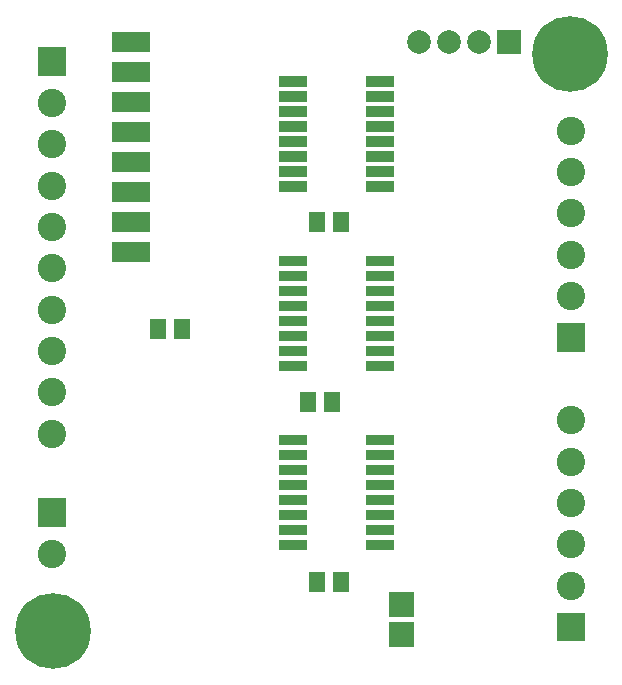
<source format=gbs>
G04 Layer: BottomSolderMaskLayer*
G04 EasyEDA v6.2.43, 2019-09-06T10:08:58+02:00*
G04 e2e4465fc3ca44109e84c49d15151505,91cc4837159741479c5be70faa949f3f,10*
G04 Gerber Generator version 0.2*
G04 Scale: 100 percent, Rotated: No, Reflected: No *
G04 Dimensions in millimeters *
G04 leading zeros omitted , absolute positions ,3 integer and 3 decimal *
%FSLAX33Y33*%
%MOMM*%
G90*
G71D02*

%ADD41R,2.402840X0.904240*%
%ADD46C,2.403196*%
%ADD52C,2.003196*%
%ADD57C,6.403188*%

%LPD*%
G36*
G01X27259Y6784D02*
G01X27259Y8455D01*
G01X28620Y8455D01*
G01X28620Y6784D01*
G01X27259Y6784D01*
G37*
G36*
G01X25227Y6784D02*
G01X25227Y8455D01*
G01X26588Y8455D01*
G01X26588Y6784D01*
G01X25227Y6784D01*
G37*
G54D41*
G01X31242Y19685D03*
G01X31242Y18415D03*
G01X31242Y17145D03*
G01X31242Y15875D03*
G01X31242Y14605D03*
G01X31242Y13335D03*
G01X31242Y12065D03*
G01X31242Y10795D03*
G01X23842Y10795D03*
G01X23842Y12065D03*
G01X23842Y13335D03*
G01X23842Y14605D03*
G01X23842Y15875D03*
G01X23842Y17145D03*
G01X23842Y18415D03*
G01X23842Y19685D03*
G36*
G01X26497Y22024D02*
G01X26497Y23695D01*
G01X27858Y23695D01*
G01X27858Y22024D01*
G01X26497Y22024D01*
G37*
G36*
G01X24465Y22024D02*
G01X24465Y23695D01*
G01X25826Y23695D01*
G01X25826Y22024D01*
G01X24465Y22024D01*
G37*
G01X31242Y34798D03*
G01X31242Y33528D03*
G01X31242Y32258D03*
G01X31242Y30988D03*
G01X31242Y29718D03*
G01X31242Y28448D03*
G01X31242Y27178D03*
G01X31242Y25908D03*
G01X23842Y25908D03*
G01X23842Y27178D03*
G01X23842Y28448D03*
G01X23842Y29718D03*
G01X23842Y30988D03*
G01X23842Y32258D03*
G01X23842Y33528D03*
G01X23842Y34798D03*
G36*
G01X27259Y37264D02*
G01X27259Y38935D01*
G01X28620Y38935D01*
G01X28620Y37264D01*
G01X27259Y37264D01*
G37*
G36*
G01X25227Y37264D02*
G01X25227Y38935D01*
G01X26588Y38935D01*
G01X26588Y37264D01*
G01X25227Y37264D01*
G37*
G36*
G01X30040Y49585D02*
G01X30040Y50490D01*
G01X32443Y50490D01*
G01X32443Y49585D01*
G01X30040Y49585D01*
G37*
G36*
G01X30040Y48315D02*
G01X30040Y49220D01*
G01X32443Y49220D01*
G01X32443Y48315D01*
G01X30040Y48315D01*
G37*
G36*
G01X30040Y47045D02*
G01X30040Y47950D01*
G01X32443Y47950D01*
G01X32443Y47045D01*
G01X30040Y47045D01*
G37*
G36*
G01X30040Y45775D02*
G01X30040Y46680D01*
G01X32443Y46680D01*
G01X32443Y45775D01*
G01X30040Y45775D01*
G37*
G36*
G01X30040Y44505D02*
G01X30040Y45410D01*
G01X32443Y45410D01*
G01X32443Y44505D01*
G01X30040Y44505D01*
G37*
G36*
G01X30040Y43235D02*
G01X30040Y44140D01*
G01X32443Y44140D01*
G01X32443Y43235D01*
G01X30040Y43235D01*
G37*
G36*
G01X30040Y41965D02*
G01X30040Y42870D01*
G01X32443Y42870D01*
G01X32443Y41965D01*
G01X30040Y41965D01*
G37*
G36*
G01X30040Y40695D02*
G01X30040Y41600D01*
G01X32443Y41600D01*
G01X32443Y40695D01*
G01X30040Y40695D01*
G37*
G36*
G01X22641Y40695D02*
G01X22641Y41600D01*
G01X25044Y41600D01*
G01X25044Y40695D01*
G01X22641Y40695D01*
G37*
G36*
G01X22641Y41965D02*
G01X22641Y42870D01*
G01X25044Y42870D01*
G01X25044Y41965D01*
G01X22641Y41965D01*
G37*
G36*
G01X22641Y43235D02*
G01X22641Y44140D01*
G01X25044Y44140D01*
G01X25044Y43235D01*
G01X22641Y43235D01*
G37*
G36*
G01X22641Y44505D02*
G01X22641Y45410D01*
G01X25044Y45410D01*
G01X25044Y44505D01*
G01X22641Y44505D01*
G37*
G36*
G01X22641Y45775D02*
G01X22641Y46680D01*
G01X25044Y46680D01*
G01X25044Y45775D01*
G01X22641Y45775D01*
G37*
G36*
G01X22641Y47045D02*
G01X22641Y47950D01*
G01X25044Y47950D01*
G01X25044Y47045D01*
G01X22641Y47045D01*
G37*
G36*
G01X22641Y48315D02*
G01X22641Y49220D01*
G01X25044Y49220D01*
G01X25044Y48315D01*
G01X22641Y48315D01*
G37*
G36*
G01X22641Y49585D02*
G01X22641Y50490D01*
G01X25044Y50490D01*
G01X25044Y49585D01*
G01X22641Y49585D01*
G37*
G36*
G01X11765Y28247D02*
G01X11765Y29918D01*
G01X13126Y29918D01*
G01X13126Y28247D01*
G01X11765Y28247D01*
G37*
G36*
G01X13797Y28247D02*
G01X13797Y29918D01*
G01X15158Y29918D01*
G01X15158Y28247D01*
G01X13797Y28247D01*
G37*
G36*
G01X8557Y52476D02*
G01X8557Y54203D01*
G01X11762Y54203D01*
G01X11762Y52476D01*
G01X8557Y52476D01*
G37*
G36*
G01X8557Y49936D02*
G01X8557Y51663D01*
G01X11762Y51663D01*
G01X11762Y49936D01*
G01X8557Y49936D01*
G37*
G36*
G01X8557Y47396D02*
G01X8557Y49123D01*
G01X11762Y49123D01*
G01X11762Y47396D01*
G01X8557Y47396D01*
G37*
G36*
G01X8557Y44856D02*
G01X8557Y46583D01*
G01X11762Y46583D01*
G01X11762Y44856D01*
G01X8557Y44856D01*
G37*
G36*
G01X8557Y42316D02*
G01X8557Y44043D01*
G01X11762Y44043D01*
G01X11762Y42316D01*
G01X8557Y42316D01*
G37*
G36*
G01X8557Y39776D02*
G01X8557Y41503D01*
G01X11762Y41503D01*
G01X11762Y39776D01*
G01X8557Y39776D01*
G37*
G36*
G01X8557Y37236D02*
G01X8557Y38963D01*
G01X11762Y38963D01*
G01X11762Y37236D01*
G01X8557Y37236D01*
G37*
G36*
G01X8557Y34696D02*
G01X8557Y36423D01*
G01X11762Y36423D01*
G01X11762Y34696D01*
G01X8557Y34696D01*
G37*
G36*
G01X2227Y12331D02*
G01X2227Y14734D01*
G01X4630Y14734D01*
G01X4630Y12331D01*
G01X2227Y12331D01*
G37*
G54D46*
G01X3429Y10033D03*
G36*
G01X2227Y50492D02*
G01X2227Y52895D01*
G01X4630Y52895D01*
G01X4630Y50492D01*
G01X2227Y50492D01*
G37*
G01X3429Y48192D03*
G01X3429Y44693D03*
G01X3429Y41192D03*
G01X3429Y37693D03*
G01X3429Y34192D03*
G01X3429Y30693D03*
G01X3429Y27192D03*
G01X3429Y23693D03*
G01X3429Y20193D03*
G36*
G01X46169Y27144D02*
G01X46169Y29547D01*
G01X48572Y29547D01*
G01X48572Y27144D01*
G01X46169Y27144D01*
G37*
G01X47371Y31847D03*
G01X47371Y35346D03*
G01X47371Y38847D03*
G01X47371Y42346D03*
G01X47371Y45847D03*
G36*
G01X46169Y2633D02*
G01X46169Y5036D01*
G01X48572Y5036D01*
G01X48572Y2633D01*
G01X46169Y2633D01*
G37*
G01X47371Y7336D03*
G01X47371Y10835D03*
G01X47371Y14336D03*
G01X47371Y17835D03*
G01X47371Y21336D03*
G36*
G01X41163Y52339D02*
G01X41163Y54340D01*
G01X43164Y54340D01*
G01X43164Y52339D01*
G01X41163Y52339D01*
G37*
G54D52*
G01X39624Y53340D03*
G01X37084Y53340D03*
G01X34544Y53340D03*
G36*
G01X31953Y2108D02*
G01X31953Y4241D01*
G01X34086Y4241D01*
G01X34086Y2108D01*
G01X31953Y2108D01*
G37*
G36*
G01X31953Y4648D02*
G01X31953Y6781D01*
G01X34086Y6781D01*
G01X34086Y4648D01*
G01X31953Y4648D01*
G37*
G54D57*
G01X47300Y52379D03*
G01X3500Y3499D03*
M00*
M02*

</source>
